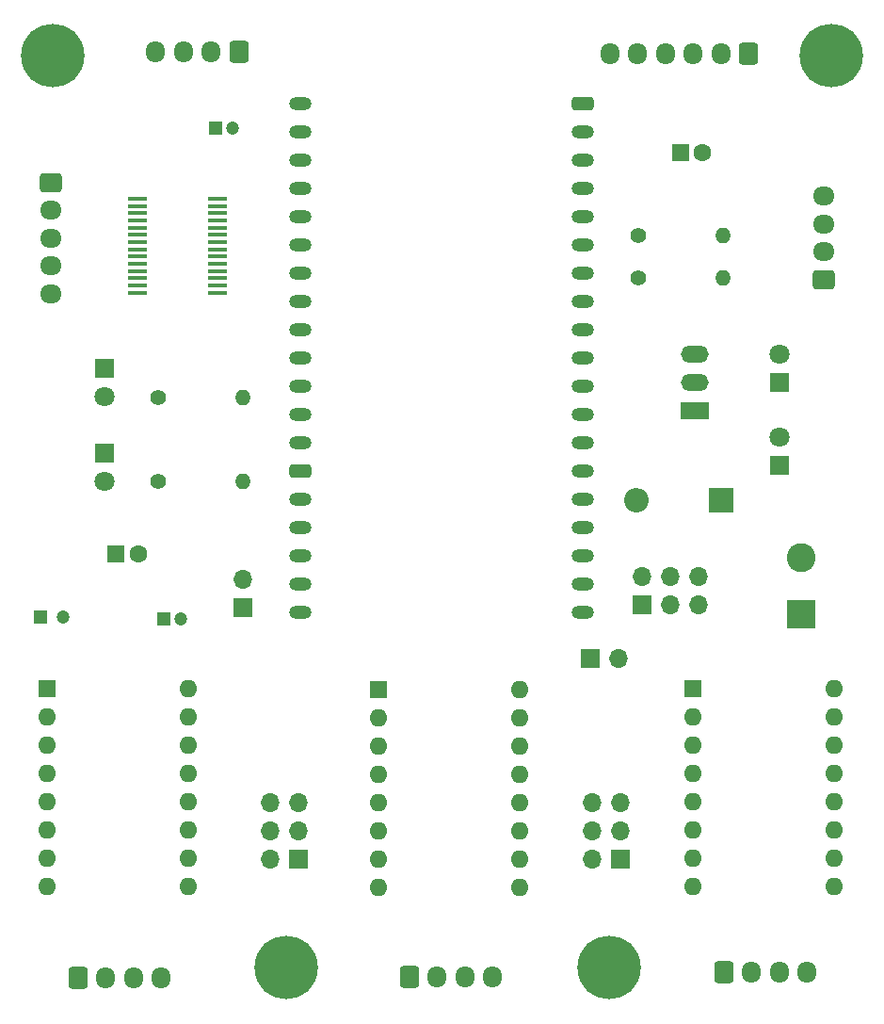
<source format=gbr>
%TF.GenerationSoftware,KiCad,Pcbnew,(6.0.5)*%
%TF.CreationDate,2023-01-24T10:12:54+01:00*%
%TF.ProjectId,Zeichenmaschine,5a656963-6865-46e6-9d61-736368696e65,rev?*%
%TF.SameCoordinates,Original*%
%TF.FileFunction,Soldermask,Top*%
%TF.FilePolarity,Negative*%
%FSLAX46Y46*%
G04 Gerber Fmt 4.6, Leading zero omitted, Abs format (unit mm)*
G04 Created by KiCad (PCBNEW (6.0.5)) date 2023-01-24 10:12:54*
%MOMM*%
%LPD*%
G01*
G04 APERTURE LIST*
G04 Aperture macros list*
%AMRoundRect*
0 Rectangle with rounded corners*
0 $1 Rounding radius*
0 $2 $3 $4 $5 $6 $7 $8 $9 X,Y pos of 4 corners*
0 Add a 4 corners polygon primitive as box body*
4,1,4,$2,$3,$4,$5,$6,$7,$8,$9,$2,$3,0*
0 Add four circle primitives for the rounded corners*
1,1,$1+$1,$2,$3*
1,1,$1+$1,$4,$5*
1,1,$1+$1,$6,$7*
1,1,$1+$1,$8,$9*
0 Add four rect primitives between the rounded corners*
20,1,$1+$1,$2,$3,$4,$5,0*
20,1,$1+$1,$4,$5,$6,$7,0*
20,1,$1+$1,$6,$7,$8,$9,0*
20,1,$1+$1,$8,$9,$2,$3,0*%
G04 Aperture macros list end*
%ADD10R,1.700000X1.700000*%
%ADD11O,1.700000X1.700000*%
%ADD12R,1.200000X1.200000*%
%ADD13C,1.200000*%
%ADD14C,5.700000*%
%ADD15RoundRect,0.250000X-0.600000X-0.725000X0.600000X-0.725000X0.600000X0.725000X-0.600000X0.725000X0*%
%ADD16O,1.700000X1.950000*%
%ADD17C,1.400000*%
%ADD18O,1.400000X1.400000*%
%ADD19R,2.500000X1.500000*%
%ADD20O,2.500000X1.500000*%
%ADD21R,1.600000X1.600000*%
%ADD22O,1.600000X1.600000*%
%ADD23RoundRect,0.250000X-0.725000X0.600000X-0.725000X-0.600000X0.725000X-0.600000X0.725000X0.600000X0*%
%ADD24O,1.950000X1.700000*%
%ADD25RoundRect,0.250000X0.600000X0.725000X-0.600000X0.725000X-0.600000X-0.725000X0.600000X-0.725000X0*%
%ADD26O,2.000000X1.200000*%
%ADD27RoundRect,0.300000X-0.700000X0.300000X-0.700000X-0.300000X0.700000X-0.300000X0.700000X0.300000X0*%
%ADD28R,1.800000X1.800000*%
%ADD29C,1.800000*%
%ADD30R,2.200000X2.200000*%
%ADD31O,2.200000X2.200000*%
%ADD32C,1.600000*%
%ADD33R,1.750000X0.450000*%
%ADD34RoundRect,0.250000X0.725000X-0.600000X0.725000X0.600000X-0.725000X0.600000X-0.725000X-0.600000X0*%
%ADD35R,2.600000X2.600000*%
%ADD36C,2.600000*%
G04 APERTURE END LIST*
D10*
%TO.C,J14*%
X150375000Y-126210000D03*
D11*
X147835000Y-126210000D03*
X150375000Y-123670000D03*
X147835000Y-123670000D03*
X150375000Y-121130000D03*
X147835000Y-121130000D03*
%TD*%
D10*
%TO.C,J12*%
X176625000Y-108200000D03*
D11*
X179165000Y-108200000D03*
%TD*%
D12*
%TO.C,C5*%
X142977401Y-60500000D03*
D13*
X144477401Y-60500000D03*
%TD*%
D14*
%TO.C,H4*%
X198300000Y-54000000D03*
%TD*%
D10*
%TO.C,J6*%
X179375000Y-126225000D03*
D11*
X176835000Y-126225000D03*
X179375000Y-123685000D03*
X176835000Y-123685000D03*
X179375000Y-121145000D03*
X176835000Y-121145000D03*
%TD*%
D15*
%TO.C,J3*%
X160350000Y-136800000D03*
D16*
X162850000Y-136800000D03*
X165350000Y-136800000D03*
X167850000Y-136800000D03*
%TD*%
D17*
%TO.C,R3*%
X137790000Y-84700000D03*
D18*
X145410000Y-84700000D03*
%TD*%
D17*
%TO.C,R2*%
X180990000Y-74000000D03*
D18*
X188610000Y-74000000D03*
%TD*%
D14*
%TO.C,H1*%
X149300000Y-136000000D03*
%TD*%
%TO.C,H2*%
X178300000Y-136000000D03*
%TD*%
D19*
%TO.C,U1*%
X186082500Y-85932500D03*
D20*
X186082500Y-83392500D03*
X186082500Y-80852500D03*
%TD*%
D10*
%TO.C,J10*%
X145400000Y-103600000D03*
D11*
X145400000Y-101060000D03*
%TD*%
D21*
%TO.C,A2*%
X157560000Y-111010000D03*
D22*
X157560000Y-113550000D03*
X157560000Y-116090000D03*
X157560000Y-118630000D03*
X157560000Y-121170000D03*
X157560000Y-123710000D03*
X157560000Y-126250000D03*
X157560000Y-128790000D03*
X170260000Y-128790000D03*
X170260000Y-126250000D03*
X170260000Y-123710000D03*
X170260000Y-121170000D03*
X170260000Y-118630000D03*
X170260000Y-116090000D03*
X170260000Y-113550000D03*
X170260000Y-111010000D03*
%TD*%
D23*
%TO.C,J1*%
X128100000Y-65400000D03*
D24*
X128100000Y-67900000D03*
X128100000Y-70400000D03*
X128100000Y-72900000D03*
X128100000Y-75400000D03*
%TD*%
D21*
%TO.C,A3*%
X127760000Y-110910000D03*
D22*
X127760000Y-113450000D03*
X127760000Y-115990000D03*
X127760000Y-118530000D03*
X127760000Y-121070000D03*
X127760000Y-123610000D03*
X127760000Y-126150000D03*
X127760000Y-128690000D03*
X140460000Y-128690000D03*
X140460000Y-126150000D03*
X140460000Y-123610000D03*
X140460000Y-121070000D03*
X140460000Y-118530000D03*
X140460000Y-115990000D03*
X140460000Y-113450000D03*
X140460000Y-110910000D03*
%TD*%
D25*
%TO.C,J11*%
X145050000Y-53700000D03*
D16*
X142550000Y-53700000D03*
X140050000Y-53700000D03*
X137550000Y-53700000D03*
%TD*%
D26*
%TO.C,U4*%
X150600000Y-58296560D03*
X150600000Y-60836560D03*
X150600000Y-63376560D03*
X150600000Y-65916560D03*
X150600000Y-68456560D03*
X150600000Y-70996560D03*
X150600000Y-73536560D03*
X150600000Y-76076560D03*
X150600000Y-78616560D03*
X150600000Y-81156560D03*
X150600000Y-83696560D03*
X150600000Y-86236560D03*
X150600000Y-88776560D03*
D27*
X150600000Y-91316560D03*
D26*
X150600000Y-93856560D03*
X150600000Y-96396560D03*
X150600000Y-98936560D03*
X150600000Y-101476560D03*
X150600000Y-104016560D03*
X175996320Y-104013840D03*
X175996320Y-101473840D03*
X176000000Y-98936560D03*
X176000000Y-96396560D03*
X176000000Y-93856560D03*
X176000000Y-91316560D03*
X176000000Y-88776560D03*
X176000000Y-86236560D03*
X176000000Y-83696560D03*
X176000000Y-81156560D03*
X176000000Y-78616560D03*
X176000000Y-76076560D03*
X176000000Y-73536560D03*
X176000000Y-70996560D03*
X176000000Y-68456560D03*
X176000000Y-65916560D03*
X176000000Y-63376560D03*
X176000000Y-60836560D03*
D27*
X176000000Y-58296560D03*
%TD*%
D17*
%TO.C,R1*%
X180990000Y-70200000D03*
D18*
X188610000Y-70200000D03*
%TD*%
D14*
%TO.C,H3*%
X128300000Y-54000000D03*
%TD*%
D10*
%TO.C,J7*%
X181275000Y-103375000D03*
D11*
X181275000Y-100835000D03*
X183815000Y-103375000D03*
X183815000Y-100835000D03*
X186355000Y-103375000D03*
X186355000Y-100835000D03*
%TD*%
D21*
%TO.C,A1*%
X185860000Y-110910000D03*
D22*
X185860000Y-113450000D03*
X185860000Y-115990000D03*
X185860000Y-118530000D03*
X185860000Y-121070000D03*
X185860000Y-123610000D03*
X185860000Y-126150000D03*
X185860000Y-128690000D03*
X198560000Y-128690000D03*
X198560000Y-126150000D03*
X198560000Y-123610000D03*
X198560000Y-121070000D03*
X198560000Y-118530000D03*
X198560000Y-115990000D03*
X198560000Y-113450000D03*
X198560000Y-110910000D03*
%TD*%
D25*
%TO.C,J9*%
X190900000Y-53800000D03*
D16*
X188400000Y-53800000D03*
X185900000Y-53800000D03*
X183400000Y-53800000D03*
X180900000Y-53800000D03*
X178400000Y-53800000D03*
%TD*%
D28*
%TO.C,D2*%
X193675000Y-90850000D03*
D29*
X193675000Y-88310000D03*
%TD*%
D28*
%TO.C,D1*%
X193675000Y-83350000D03*
D29*
X193675000Y-80810000D03*
%TD*%
D30*
%TO.C,D5*%
X188410000Y-94000000D03*
D31*
X180790000Y-94000000D03*
%TD*%
D15*
%TO.C,J15*%
X130550000Y-136900000D03*
D16*
X133050000Y-136900000D03*
X135550000Y-136900000D03*
X138050000Y-136900000D03*
%TD*%
D17*
%TO.C,R4*%
X137790000Y-92300000D03*
D18*
X145410000Y-92300000D03*
%TD*%
D21*
%TO.C,C1*%
X184744888Y-62700000D03*
D32*
X186744888Y-62700000D03*
%TD*%
D12*
%TO.C,C6*%
X127227401Y-104500000D03*
D13*
X129227401Y-104500000D03*
%TD*%
D33*
%TO.C,U3*%
X135900000Y-66875000D03*
X135900000Y-67525000D03*
X135900000Y-68175000D03*
X135900000Y-68825000D03*
X135900000Y-69475000D03*
X135900000Y-70125000D03*
X135900000Y-70775000D03*
X135900000Y-71425000D03*
X135900000Y-72075000D03*
X135900000Y-72725000D03*
X135900000Y-73375000D03*
X135900000Y-74025000D03*
X135900000Y-74675000D03*
X135900000Y-75325000D03*
X143100000Y-75325000D03*
X143100000Y-74675000D03*
X143100000Y-74025000D03*
X143100000Y-73375000D03*
X143100000Y-72725000D03*
X143100000Y-72075000D03*
X143100000Y-71425000D03*
X143100000Y-70775000D03*
X143100000Y-70125000D03*
X143100000Y-69475000D03*
X143100000Y-68825000D03*
X143100000Y-68175000D03*
X143100000Y-67525000D03*
X143100000Y-66875000D03*
%TD*%
D12*
%TO.C,C4*%
X138277401Y-104600000D03*
D13*
X139777401Y-104600000D03*
%TD*%
D15*
%TO.C,J2*%
X188650000Y-136400000D03*
D16*
X191150000Y-136400000D03*
X193650000Y-136400000D03*
X196150000Y-136400000D03*
%TD*%
D34*
%TO.C,J5*%
X197600000Y-74150000D03*
D24*
X197600000Y-71650000D03*
X197600000Y-69150000D03*
X197600000Y-66650000D03*
%TD*%
D28*
%TO.C,D3*%
X132925000Y-82150000D03*
D29*
X132925000Y-84690000D03*
%TD*%
D21*
%TO.C,C2*%
X134000000Y-98800000D03*
D32*
X136000000Y-98800000D03*
%TD*%
D28*
%TO.C,D4*%
X132925000Y-89750000D03*
D29*
X132925000Y-92290000D03*
%TD*%
D35*
%TO.C,J4*%
X195600000Y-104200000D03*
D36*
X195600000Y-99120000D03*
%TD*%
M02*

</source>
